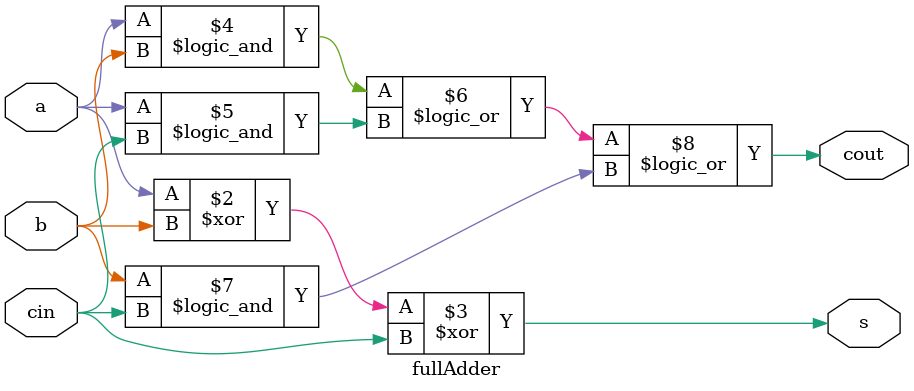
<source format=v>
`timescale 1ns / 1ps


module fullAdder(cout,s,a,b,cin);

output cout;
output s;
input a;
input b;
input cin;
reg cout,s;

always @ (a or b or cin)
begin

s = a ^ b ^ cin;
cout = (a && b) || (a && cin) || (b && cin);

end

endmodule

</source>
